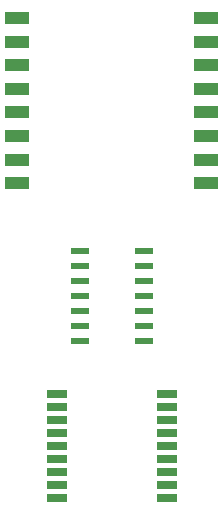
<source format=gbr>
%TF.GenerationSoftware,KiCad,Pcbnew,(5.1.10)-1*%
%TF.CreationDate,2021-12-23T09:49:10-08:00*%
%TF.ProjectId,ats-remote,6174732d-7265-46d6-9f74-652e6b696361,rev?*%
%TF.SameCoordinates,Original*%
%TF.FileFunction,Paste,Top*%
%TF.FilePolarity,Positive*%
%FSLAX46Y46*%
G04 Gerber Fmt 4.6, Leading zero omitted, Abs format (unit mm)*
G04 Created by KiCad (PCBNEW (5.1.10)-1) date 2021-12-23 09:49:10*
%MOMM*%
%LPD*%
G01*
G04 APERTURE LIST*
%ADD10R,1.800000X0.700000*%
%ADD11R,1.550000X0.600000*%
%ADD12R,2.000000X1.000000*%
G04 APERTURE END LIST*
D10*
%TO.C,GPS*%
X162130000Y-119970000D03*
X162130000Y-118870000D03*
X162130000Y-117770000D03*
X162130000Y-116670000D03*
X162130000Y-115570000D03*
X162130000Y-114470000D03*
X162130000Y-113370000D03*
X162130000Y-112270000D03*
X162130000Y-111170000D03*
X152830000Y-119970000D03*
X152830000Y-118870000D03*
X152830000Y-117770000D03*
X152830000Y-116670000D03*
X152830000Y-115570000D03*
X152830000Y-114470000D03*
X152830000Y-113370000D03*
X152830000Y-112270000D03*
X152830000Y-111170000D03*
%TD*%
D11*
%TO.C,uC*%
X154780000Y-106680000D03*
X160180000Y-106680000D03*
X154780000Y-105410000D03*
X160180000Y-105410000D03*
X154780000Y-104140000D03*
X160180000Y-104140000D03*
X154780000Y-102870000D03*
X160180000Y-102870000D03*
X154780000Y-101600000D03*
X160180000Y-101600000D03*
X154780000Y-100330000D03*
X160180000Y-100330000D03*
X154780000Y-99060000D03*
X160180000Y-99060000D03*
%TD*%
D12*
%TO.C,LORA*%
X165480000Y-79360000D03*
X165480000Y-81360000D03*
X165480000Y-83360000D03*
X165480000Y-85360000D03*
X165480000Y-87360000D03*
X165480000Y-89360000D03*
X165480000Y-91360000D03*
X165480000Y-93360000D03*
X149480000Y-93360000D03*
X149480000Y-91360000D03*
X149480000Y-89360000D03*
X149480000Y-87360000D03*
X149480000Y-85360000D03*
X149480000Y-83360000D03*
X149480000Y-81360000D03*
X149480000Y-79360000D03*
%TD*%
M02*

</source>
